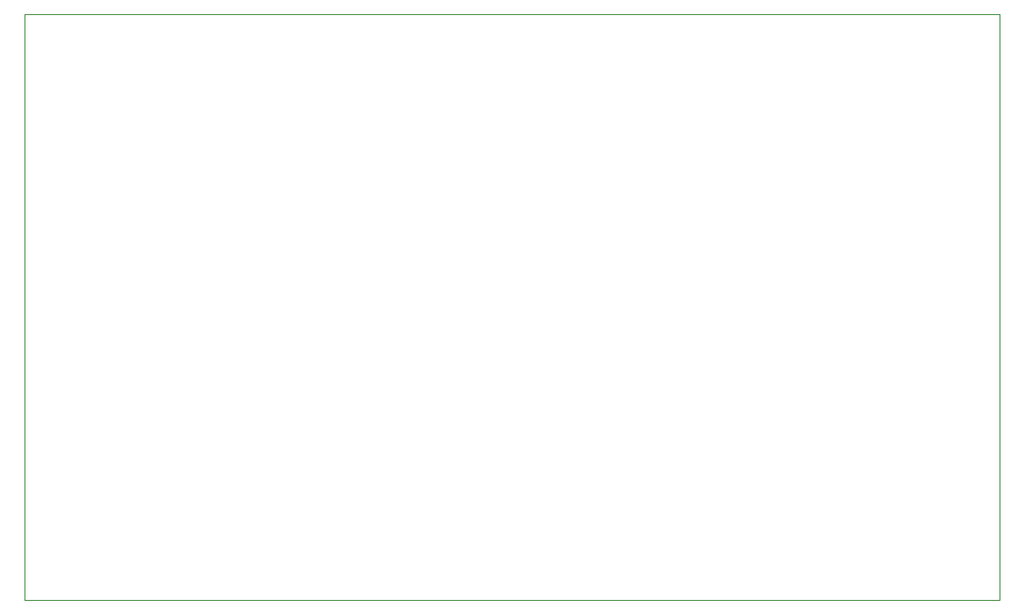
<source format=gm1>
G04 #@! TF.GenerationSoftware,KiCad,Pcbnew,(5.1.10)-1*
G04 #@! TF.CreationDate,2023-01-28T17:33:24+01:00*
G04 #@! TF.ProjectId,8-bit-computer_clock_pcb,382d6269-742d-4636-9f6d-70757465725f,rev?*
G04 #@! TF.SameCoordinates,Original*
G04 #@! TF.FileFunction,Profile,NP*
%FSLAX46Y46*%
G04 Gerber Fmt 4.6, Leading zero omitted, Abs format (unit mm)*
G04 Created by KiCad (PCBNEW (5.1.10)-1) date 2023-01-28 17:33:24*
%MOMM*%
%LPD*%
G01*
G04 APERTURE LIST*
G04 #@! TA.AperFunction,Profile*
%ADD10C,0.050000*%
G04 #@! TD*
G04 APERTURE END LIST*
D10*
X101917500Y-68008500D02*
X101917500Y-69850000D01*
X189547500Y-68008500D02*
X101917500Y-68008500D01*
X189547500Y-69850000D02*
X189547500Y-68008500D01*
X189547500Y-69850000D02*
X189547500Y-118110000D01*
X101917500Y-120650000D02*
X101917500Y-118110000D01*
X189547500Y-118110000D02*
X189547500Y-120650000D01*
X101917500Y-118110000D02*
X101917500Y-69850000D01*
X189547500Y-120650000D02*
X101917500Y-120650000D01*
M02*

</source>
